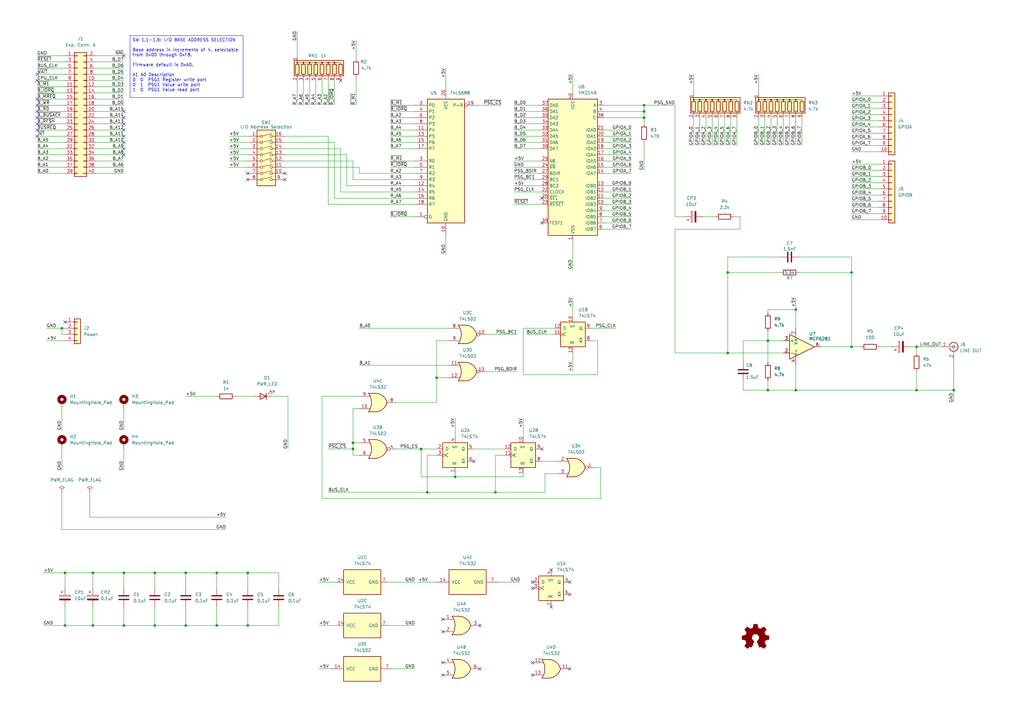
<source format=kicad_sch>
(kicad_sch (version 20231120) (generator "eeschema") (generator_version "8.0")
  (paper "A3")
  (title_block (title "SSG Audio Board for the SZC-1") (date "2024-03-10") (rev "1.0"))
  (lib_symbols
    (symbol "74xx:74LS02" (pin_names (offset 1.016))
      (property "Reference" "U" (at 0 1.27 0))
      (property "Value" "74LS02" (at 0 -1.27 0))
      (symbol "74LS02_1_1"
        (pin output inverted (at 7.62 0 180) (length 3.81) (name "~") (number "1"))
        (pin input line (at -7.62 2.54 0) (length 4.318) (name "~") (number "2"))
        (pin input line (at -7.62 -2.54 0) (length 4.318) (name "~") (number "3"))
      )
      (symbol "74LS02_1_2"
        (pin output line (at 7.62 0 180) (length 3.81) (name "~") (number "1"))
        (pin input inverted (at -7.62 2.54 0) (length 3.81) (name "~") (number "2"))
        (pin input inverted (at -7.62 -2.54 0) (length 3.81) (name "~") (number "3"))
      )
      (symbol "74LS02_2_1"
        (pin output inverted (at 7.62 0 180) (length 3.81) (name "~") (number "4"))
        (pin input line (at -7.62 2.54 0) (length 4.318) (name "~") (number "5"))
        (pin input line (at -7.62 -2.54 0) (length 4.318) (name "~") (number "6"))
      )
      (symbol "74LS02_2_2"
        (pin output line (at 7.62 0 180) (length 3.81) (name "~") (number "4"))
        (pin input inverted (at -7.62 2.54 0) (length 3.81) (name "~") (number "5"))
        (pin input inverted (at -7.62 -2.54 0) (length 3.81) (name "~") (number "6"))
      )
      (symbol "74LS02_3_1"
        (pin output inverted (at 7.62 0 180) (length 3.81) (name "~") (number "10"))
        (pin input line (at -7.62 2.54 0) (length 4.318) (name "~") (number "8"))
        (pin input line (at -7.62 -2.54 0) (length 4.318) (name "~") (number "9"))
      )
      (symbol "74LS02_3_2"
        (pin output line (at 7.62 0 180) (length 3.81) (name "~") (number "10"))
        (pin input inverted (at -7.62 2.54 0) (length 3.81) (name "~") (number "8"))
        (pin input inverted (at -7.62 -2.54 0) (length 3.81) (name "~") (number "9"))
      )
      (symbol "74LS02_4_1"
        (pin input line (at -7.62 2.54 0) (length 4.318) (name "~") (number "11"))
        (pin input line (at -7.62 -2.54 0) (length 4.318) (name "~") (number "12"))
        (pin output inverted (at 7.62 0 180) (length 3.81) (name "~") (number "13"))
      )
      (symbol "74LS02_4_2"
        (pin input inverted (at -7.62 2.54 0) (length 3.81) (name "~") (number "11"))
        (pin input inverted (at -7.62 -2.54 0) (length 3.81) (name "~") (number "12"))
        (pin output line (at 7.62 0 180) (length 3.81) (name "~") (number "13"))
      )
      (symbol "74LS02_5_0"
        (pin power_in line (at 0 12.7 270) (length 5.08) (name "VCC") (number "14"))
        (pin power_in line (at 0 -12.7 90) (length 5.08) (name "GND") (number "7"))
      )
    )
    (symbol "74xx:74LS32" (pin_names (offset 1.016))
      (property "Reference" "U" (at 0 1.27 0))
      (property "Value" "74LS32" (at 0 -1.27 0))
      (symbol "74LS32_1_1"
        (pin input line (at -7.62 2.54 0) (length 4.318) (name "~") (number "1"))
        (pin input line (at -7.62 -2.54 0) (length 4.318) (name "~") (number "2"))
        (pin output line (at 7.62 0 180) (length 3.81) (name "~") (number "3"))
      )
      (symbol "74LS32_1_2"
        (pin input inverted (at -7.62 2.54 0) (length 3.81) (name "~") (number "1"))
        (pin input inverted (at -7.62 -2.54 0) (length 3.81) (name "~") (number "2"))
        (pin output inverted (at 7.62 0 180) (length 3.81) (name "~") (number "3"))
      )
      (symbol "74LS32_2_1"
        (pin input line (at -7.62 2.54 0) (length 4.318) (name "~") (number "4"))
        (pin input line (at -7.62 -2.54 0) (length 4.318) (name "~") (number "5"))
        (pin output line (at 7.62 0 180) (length 3.81) (name "~") (number "6"))
      )
      (symbol "74LS32_2_2"
        (pin input inverted (at -7.62 2.54 0) (length 3.81) (name "~") (number "4"))
        (pin input inverted (at -7.62 -2.54 0) (length 3.81) (name "~") (number "5"))
        (pin output inverted (at 7.62 0 180) (length 3.81) (name "~") (number "6"))
      )
      (symbol "74LS32_3_1"
        (pin input line (at -7.62 -2.54 0) (length 4.318) (name "~") (number "10"))
        (pin output line (at 7.62 0 180) (length 3.81) (name "~") (number "8"))
        (pin input line (at -7.62 2.54 0) (length 4.318) (name "~") (number "9"))
      )
      (symbol "74LS32_3_2"
        (pin input inverted (at -7.62 -2.54 0) (length 3.81) (name "~") (number "10"))
        (pin output inverted (at 7.62 0 180) (length 3.81) (name "~") (number "8"))
        (pin input inverted (at -7.62 2.54 0) (length 3.81) (name "~") (number "9"))
      )
      (symbol "74LS32_4_1"
        (pin output line (at 7.62 0 180) (length 3.81) (name "~") (number "11"))
        (pin input line (at -7.62 2.54 0) (length 4.318) (name "~") (number "12"))
        (pin input line (at -7.62 -2.54 0) (length 4.318) (name "~") (number "13"))
      )
      (symbol "74LS32_4_2"
        (pin output inverted (at 7.62 0 180) (length 3.81) (name "~") (number "11"))
        (pin input inverted (at -7.62 2.54 0) (length 3.81) (name "~") (number "12"))
        (pin input inverted (at -7.62 -2.54 0) (length 3.81) (name "~") (number "13"))
      )
      (symbol "74LS32_5_0"
        (pin power_in line (at 0 12.7 270) (length 5.08) (name "VCC") (number "14"))
        (pin power_in line (at 0 -12.7 90) (length 5.08) (name "GND") (number "7"))
      )
    )
    (symbol "74xx:74LS688"
      (property "Reference" "U" (at -7.62 26.67 0))
      (property "Value" "74LS688" (at -7.62 -26.67 0))
      (symbol "74LS688_1_0"
        (pin input inverted (at -12.7 -22.86 0) (length 5.08) (name "G") (number "1"))
        (pin power_in line (at 0 -30.48 90) (length 5.08) (name "GND") (number "10"))
        (pin input line (at -12.7 12.7 0) (length 5.08) (name "P4") (number "11"))
        (pin input line (at -12.7 -10.16 0) (length 5.08) (name "R4") (number "12"))
        (pin input line (at -12.7 10.16 0) (length 5.08) (name "P5") (number "13"))
        (pin input line (at -12.7 -12.7 0) (length 5.08) (name "R5") (number "14"))
        (pin input line (at -12.7 7.62 0) (length 5.08) (name "P6") (number "15"))
        (pin input line (at -12.7 -15.24 0) (length 5.08) (name "R6") (number "16"))
        (pin input line (at -12.7 5.08 0) (length 5.08) (name "P7") (number "17"))
        (pin input line (at -12.7 -17.78 0) (length 5.08) (name "R7") (number "18"))
        (pin output inverted (at 12.7 22.86 180) (length 5.08) (name "P=R") (number "19"))
        (pin input line (at -12.7 22.86 0) (length 5.08) (name "P0") (number "2"))
        (pin power_in line (at 0 30.48 270) (length 5.08) (name "VCC") (number "20"))
        (pin input line (at -12.7 0 0) (length 5.08) (name "R0") (number "3"))
        (pin input line (at -12.7 20.32 0) (length 5.08) (name "P1") (number "4"))
        (pin input line (at -12.7 -2.54 0) (length 5.08) (name "R1") (number "5"))
        (pin input line (at -12.7 17.78 0) (length 5.08) (name "P2") (number "6"))
        (pin input line (at -12.7 -5.08 0) (length 5.08) (name "R2") (number "7"))
        (pin input line (at -12.7 15.24 0) (length 5.08) (name "P3") (number "8"))
        (pin input line (at -12.7 -7.62 0) (length 5.08) (name "R3") (number "9"))
      )
    )
    (symbol "74xx:74LS74" (pin_names (offset 1.016))
      (property "Reference" "U" (at -7.62 8.89 0))
      (property "Value" "74LS74" (at -7.62 -8.89 0))
      (symbol "74LS74_1_0"
        (pin input line (at 0 -7.62 90) (length 2.54) (name "~{R}") (number "1"))
        (pin input line (at -7.62 2.54 0) (length 2.54) (name "D") (number "2"))
        (pin input clock (at -7.62 0 0) (length 2.54) (name "C") (number "3"))
        (pin input line (at 0 7.62 270) (length 2.54) (name "~{S}") (number "4"))
        (pin output line (at 7.62 2.54 180) (length 2.54) (name "Q") (number "5"))
        (pin output line (at 7.62 -2.54 180) (length 2.54) (name "~{Q}") (number "6"))
      )
      (symbol "74LS74_2_0"
        (pin input line (at 0 7.62 270) (length 2.54) (name "~{S}") (number "10"))
        (pin input clock (at -7.62 0 0) (length 2.54) (name "C") (number "11"))
        (pin input line (at -7.62 2.54 0) (length 2.54) (name "D") (number "12"))
        (pin input line (at 0 -7.62 90) (length 2.54) (name "~{R}") (number "13"))
        (pin output line (at 7.62 -2.54 180) (length 2.54) (name "~{Q}") (number "8"))
        (pin output line (at 7.62 2.54 180) (length 2.54) (name "Q") (number "9"))
      )
      (symbol "74LS74_3_0"
        (pin power_in line (at 0 10.16 270) (length 2.54) (name "VCC") (number "14"))
        (pin power_in line (at 0 -10.16 90) (length 2.54) (name "GND") (number "7"))
      )
    )
    (symbol "Amplifier_Operational:MCP601-xP" (pin_names (offset 0.127))
      (property "Reference" "U" (at 0 6.35 0))
      (property "Value" "MCP601-xP" (at 0 3.81 0))
      (symbol "MCP601-xP_1_1"
        (pin no_connect line (at -5.08 -2.54 90) (length 2.54) hide (name "NC") (number "1"))
        (pin input line (at -7.62 -2.54 0) (length 2.54) (name "-") (number "2"))
        (pin input line (at -7.62 2.54 0) (length 2.54) (name "+") (number "3"))
        (pin power_in line (at -2.54 -7.62 90) (length 3.81) (name "V-") (number "4"))
        (pin no_connect line (at -2.54 -2.54 90) (length 2.54) hide (name "NC") (number "5"))
        (pin output line (at 7.62 0 180) (length 2.54) (name "~") (number "6"))
        (pin power_in line (at -2.54 7.62 270) (length 3.81) (name "V+") (number "7"))
        (pin no_connect line (at 0 -2.54 90) (length 2.54) hide (name "NC") (number "8"))
      )
    )
    (symbol "Audio:YM2149"
      (property "Reference" "U" (at -10.16 29.21 0))
      (property "Value" "YM2149" (at 3.81 29.21 0))
      (symbol "YM2149_1_1"
        (pin power_in line (at 0 -30.48 90) (length 2.54) (name "VSS") (number "1"))
        (pin bidirectional line (at 12.7 -15.24 180) (length 2.54) (name "IOB3") (number "10"))
        (pin bidirectional line (at 12.7 -12.7 180) (length 2.54) (name "IOB2") (number "11"))
        (pin bidirectional line (at 12.7 -10.16 180) (length 2.54) (name "IOB1") (number "12"))
        (pin bidirectional line (at 12.7 -7.62 180) (length 2.54) (name "IOB0") (number "13"))
        (pin bidirectional line (at 12.7 -2.54 180) (length 2.54) (name "IOA7") (number "14"))
        (pin bidirectional line (at 12.7 0 180) (length 2.54) (name "IOA6") (number "15"))
        (pin bidirectional line (at 12.7 2.54 180) (length 2.54) (name "IOA5") (number "16"))
        (pin bidirectional line (at 12.7 5.08 180) (length 2.54) (name "IOA4") (number "17"))
        (pin bidirectional line (at 12.7 7.62 180) (length 2.54) (name "IOA3") (number "18"))
        (pin bidirectional line (at 12.7 10.16 180) (length 2.54) (name "IOA2") (number "19"))
        (pin no_connect line (at -10.16 -17.78 0) (length 2.54) hide (name "NC") (number "2"))
        (pin bidirectional line (at 12.7 12.7 180) (length 2.54) (name "IOA1") (number "20"))
        (pin bidirectional line (at 12.7 15.24 180) (length 2.54) (name "IOA0") (number "21"))
        (pin input line (at -12.7 -10.16 0) (length 2.54) (name "CLOCK") (number "22"))
        (pin input line (at -12.7 -15.24 0) (length 2.54) (name "~{RESET}") (number "23"))
        (pin input line (at -12.7 0 0) (length 2.54) (name "~{A9}") (number "24"))
        (pin input line (at -12.7 2.54 0) (length 2.54) (name "A8") (number "25"))
        (pin input line (at -12.7 -12.7 0) (length 2.54) (name "~{SEL}") (number "26"))
        (pin input line (at -12.7 -2.54 0) (length 2.54) (name "BDIR") (number "27"))
        (pin input line (at -12.7 -7.62 0) (length 2.54) (name "BC2") (number "28"))
        (pin input line (at -12.7 -5.08 0) (length 2.54) (name "BC1") (number "29"))
        (pin output line (at 12.7 25.4 180) (length 2.54) (name "A") (number "3"))
        (pin bidirectional line (at -12.7 7.62 0) (length 2.54) (name "DA7") (number "30"))
        (pin bidirectional line (at -12.7 10.16 0) (length 2.54) (name "DA6") (number "31"))
        (pin bidirectional line (at -12.7 12.7 0) (length 2.54) (name "DA5") (number "32"))
        (pin bidirectional line (at -12.7 15.24 0) (length 2.54) (name "DA4") (number "33"))
        (pin bidirectional line (at -12.7 17.78 0) (length 2.54) (name "DA3") (number "34"))
        (pin bidirectional line (at -12.7 20.32 0) (length 2.54) (name "DA2") (number "35"))
        (pin bidirectional line (at -12.7 22.86 0) (length 2.54) (name "DA1") (number "36"))
        (pin bidirectional line (at -12.7 25.4 0) (length 2.54) (name "DA0") (number "37"))
        (pin output line (at 12.7 20.32 180) (length 2.54) (name "C") (number "38"))
        (pin passive line (at -12.7 -22.86 0) (length 2.54) (name "TEST1") (number "39"))
        (pin output line (at 12.7 22.86 180) (length 2.54) (name "B") (number "4"))
        (pin power_in line (at 0 30.48 270) (length 2.54) (name "VCC") (number "40"))
        (pin no_connect line (at -10.16 -20.32 0) (length 2.54) hide (name "NC") (number "5"))
        (pin bidirectional line (at 12.7 -25.4 180) (length 2.54) (name "IOB7") (number "6"))
        (pin bidirectional line (at 12.7 -22.86 180) (length 2.54) (name "IOB6") (number "7"))
        (pin bidirectional line (at 12.7 -20.32 180) (length 2.54) (name "IOB5") (number "8"))
        (pin bidirectional line (at 12.7 -17.78 180) (length 2.54) (name "IOB4") (number "9"))
      )
    )
    (symbol "Connector:Conn_Coaxial" (pin_names (offset 1.016) hide)
      (property "Reference" "J" (at 0.254 3.048 0))
      (property "Value" "Conn_Coaxial" (at 2.921 0 90))
      (symbol "Conn_Coaxial_1_1"
        (pin passive line (at -5.08 0 0) (length 2.54) (name "In") (number "1"))
        (pin passive line (at 0 -5.08 90) (length 2.54) (name "Ext") (number "2"))
      )
    )
    (symbol "Connector_Generic:Conn_01x04" (pin_names (offset 1.016) hide)
      (property "Reference" "J" (at 0 5.08 0))
      (property "Value" "Conn_01x04" (at 0 -7.62 0))
      (symbol "Conn_01x04_1_1"
        (pin passive line (at -5.08 2.54 0) (length 3.81) (name "Pin_1") (number "1"))
        (pin passive line (at -5.08 0 0) (length 3.81) (name "Pin_2") (number "2"))
        (pin passive line (at -5.08 -2.54 0) (length 3.81) (name "Pin_3") (number "3"))
        (pin passive line (at -5.08 -5.08 0) (length 3.81) (name "Pin_4") (number "4"))
      )
    )
    (symbol "Connector_Generic:Conn_01x10" (pin_names (offset 1.016) hide)
      (property "Reference" "J" (at 0 12.7 0))
      (property "Value" "Conn_01x10" (at 0 -15.24 0))
      (symbol "Conn_01x10_1_1"
        (pin passive line (at -5.08 10.16 0) (length 3.81) (name "Pin_1") (number "1"))
        (pin passive line (at -5.08 -12.7 0) (length 3.81) (name "Pin_10") (number "10"))
        (pin passive line (at -5.08 7.62 0) (length 3.81) (name "Pin_2") (number "2"))
        (pin passive line (at -5.08 5.08 0) (length 3.81) (name "Pin_3") (number "3"))
        (pin passive line (at -5.08 2.54 0) (length 3.81) (name "Pin_4") (number "4"))
        (pin passive line (at -5.08 0 0) (length 3.81) (name "Pin_5") (number "5"))
        (pin passive line (at -5.08 -2.54 0) (length 3.81) (name "Pin_6") (number "6"))
        (pin passive line (at -5.08 -5.08 0) (length 3.81) (name "Pin_7") (number "7"))
        (pin passive line (at -5.08 -7.62 0) (length 3.81) (name "Pin_8") (number "8"))
        (pin passive line (at -5.08 -10.16 0) (length 3.81) (name "Pin_9") (number "9"))
      )
    )
    (symbol "Connector_Generic:Conn_02x20_Odd_Even" (pin_names (offset 1.016) hide)
      (property "Reference" "J" (at 1.27 25.4 0))
      (property "Value" "Conn_02x20_Odd_Even" (at 1.27 -27.94 0))
      (symbol "Conn_02x20_Odd_Even_1_1"
        (pin passive line (at -5.08 22.86 0) (length 3.81) (name "Pin_1") (number "1"))
        (pin passive line (at 7.62 12.7 180) (length 3.81) (name "Pin_10") (number "10"))
        (pin passive line (at -5.08 10.16 0) (length 3.81) (name "Pin_11") (number "11"))
        (pin passive line (at 7.62 10.16 180) (length 3.81) (name "Pin_12") (number "12"))
        (pin passive line (at -5.08 7.62 0) (length 3.81) (name "Pin_13") (number "13"))
        (pin passive line (at 7.62 7.62 180) (length 3.81) (name "Pin_14") (number "14"))
        (pin passive line (at -5.08 5.08 0) (length 3.81) (name "Pin_15") (number "15"))
        (pin passive line (at 7.62 5.08 180) (length 3.81) (name "Pin_16") (number "16"))
        (pin passive line (at -5.08 2.54 0) (length 3.81) (name "Pin_17") (number "17"))
        (pin passive line (at 7.62 2.54 180) (length 3.81) (name "Pin_18") (number "18"))
        (pin passive line (at -5.08 0 0) (length 3.81) (name "Pin_19") (number "19"))
        (pin passive line (at 7.62 22.86 180) (length 3.81) (name "Pin_2") (number "2"))
        (pin passive line (at 7.62 0 180) (length 3.81) (name "Pin_20") (number "20"))
        (pin passive line (at -5.08 -2.54 0) (length 3.81) (name "Pin_21") (number "21"))
        (pin passive line (at 7.62 -2.54 180) (length 3.81) (name "Pin_22") (number "22"))
        (pin passive line (at -5.08 -5.08 0) (length 3.81) (name "Pin_23") (number "23"))
        (pin passive line (at 7.62 -5.08 180) (length 3.81) (name "Pin_24") (number "24"))
        (pin passive line (at -5.08 -7.62 0) (length 3.81) (name "Pin_25") (number "25"))
        (pin passive line (at 7.62 -7.62 180) (length 3.81) (name "Pin_26") (number "26"))
        (pin passive line (at -5.08 -10.16 0) (length 3.81) (name "Pin_27") (number "27"))
        (pin passive line (at 7.62 -10.16 180) (length 3.81) (name "Pin_28") (number "28"))
        (pin passive line (at -5.08 -12.7 0) (length 3.81) (name "Pin_29") (number "29"))
        (pin passive line (at -5.08 20.32 0) (length 3.81) (name "Pin_3") (number "3"))
        (pin passive line (at 7.62 -12.7 180) (length 3.81) (name "Pin_30") (number "30"))
        (pin passive line (at -5.08 -15.24 0) (length 3.81) (name "Pin_31") (number "31"))
        (pin passive line (at 7.62 -15.24 180) (length 3.81) (name "Pin_32") (number "32"))
        (pin passive line (at -5.08 -17.78 0) (length 3.81) (name "Pin_33") (number "33"))
        (pin passive line (at 7.62 -17.78 180) (length 3.81) (name "Pin_34") (number "34"))
        (pin passive line (at -5.08 -20.32 0) (length 3.81) (name "Pin_35") (number "35"))
        (pin passive line (at 7.62 -20.32 180) (length 3.81) (name "Pin_36") (number "36"))
        (pin passive line (at -5.08 -22.86 0) (length 3.81) (name "Pin_37") (number "37"))
        (pin passive line (at 7.62 -22.86 180) (length 3.81) (name "Pin_38") (number "38"))
        (pin passive line (at -5.08 -25.4 0) (length 3.81) (name "Pin_39") (number "39"))
        (pin passive line (at 7.62 20.32 180) (length 3.81) (name "Pin_4") (number "4"))
        (pin passive line (at 7.62 -25.4 180) (length 3.81) (name "Pin_40") (number "40"))
        (pin passive line (at -5.08 17.78 0) (length 3.81) (name "Pin_5") (number "5"))
        (pin passive line (at 7.62 17.78 180) (length 3.81) (name "Pin_6") (number "6"))
        (pin passive line (at -5.08 15.24 0) (length 3.81) (name "Pin_7") (number "7"))
        (pin passive line (at 7.62 15.24 180) (length 3.81) (name "Pin_8") (number "8"))
        (pin passive line (at -5.08 12.7 0) (length 3.81) (name "Pin_9") (number "9"))
      )
    )
    (symbol "Device:C" (pin_numbers hide) (pin_names (offset 0.254))
      (property "Reference" "C" (at 0.635 2.54 0))
      (property "Value" "C" (at 0.635 -2.54 0))
      (symbol "C_1_1"
        (pin passive line (at 0 3.81 270) (length 2.794) (name "~") (number "1"))
        (pin passive line (at 0 -3.81 90) (length 2.794) (name "~") (number "2"))
      )
    )
    (symbol "Device:C_Polarized" (pin_numbers hide) (pin_names (offset 0.254))
      (property "Reference" "C" (at 0.635 2.54 0))
      (property "Value" "C_Polarized" (at 0.635 -2.54 0))
      (symbol "C_Polarized_1_1"
        (pin passive line (at 0 3.81 270) (length 2.794) (name "~") (number "1"))
        (pin passive line (at 0 -3.81 90) (length 2.794) (name "~") (number "2"))
      )
    )
    (symbol "Device:LED" (pin_numbers hide) (pin_names (offset 1.016) hide)
      (property "Reference" "D" (at 0 2.54 0))
      (property "Value" "LED" (at 0 -2.54 0))
      (symbol "LED_1_1"
        (pin passive line (at -3.81 0 0) (length 2.54) (name "K") (number "1"))
        (pin passive line (at 3.81 0 180) (length 2.54) (name "A") (number "2"))
      )
    )
    (symbol "Device:R" (pin_numbers hide) (pin_names (offset 0))
      (property "Reference" "R" (at 2.032 0 90))
      (property "Value" "R" (at 0 0 90))
      (symbol "R_1_1"
        (pin passive line (at 0 3.81 270) (length 1.27) (name "~") (number "1"))
        (pin passive line (at 0 -3.81 90) (length 1.27) (name "~") (number "2"))
      )
    )
    (symbol "Device:R_Network08" (pin_names (offset 0) hide)
      (property "Reference" "RN" (at -12.7 0 90))
      (property "Value" "R_Network08" (at 10.16 0 90))
      (symbol "R_Network08_1_1"
        (pin passive line (at -10.16 5.08 270) (length 2.54) (name "common") (number "1"))
        (pin passive line (at -10.16 -5.08 90) (length 1.27) (name "R1") (number "2"))
        (pin passive line (at -7.62 -5.08 90) (length 1.27) (name "R2") (number "3"))
        (pin passive line (at -5.08 -5.08 90) (length 1.27) (name "R3") (number "4"))
        (pin passive line (at -2.54 -5.08 90) (length 1.27) (name "R4") (number "5"))
        (pin passive line (at 0 -5.08 90) (length 1.27) (name "R5") (number "6"))
        (pin passive line (at 2.54 -5.08 90) (length 1.27) (name "R6") (number "7"))
        (pin passive line (at 5.08 -5.08 90) (length 1.27) (name "R7") (number "8"))
        (pin passive line (at 7.62 -5.08 90) (length 1.27) (name "R8") (number "9"))
      )
    )
    (symbol "Graphic:Logo_Open_Hardware_Small" (in_bom no) (on_board no))
    (symbol "Mechanical:MountingHole_Pad" (pin_numbers hide) (pin_names (offset 1.016) hide)
      (property "Reference" "H" (at 0 6.35 0))
      (property "Value" "MountingHole_Pad" (at 0 4.445 0))
      (symbol "MountingHole_Pad_1_1"
        (pin input line (at 0 -2.54 90) (length 2.54) (name "1") (number "1"))
      )
    )
    (symbol "Switch:SW_DIP_x08" (pin_names (offset 0) hide)
      (property "Reference" "SW" (at 0 13.97 0))
      (property "Value" "SW_DIP_x08" (at 0 -11.43 0))
      (symbol "SW_DIP_x08_1_1"
        (pin passive line (at -7.62 10.16 0) (length 5.08) (name "~") (number "1"))
        (pin passive line (at 7.62 -5.08 180) (length 5.08) (name "~") (number "10"))
        (pin passive line (at 7.62 -2.54 180) (length 5.08) (name "~") (number "11"))
        (pin passive line (at 7.62 0 180) (length 5.08) (name "~") (number "12"))
        (pin passive line (at 7.62 2.54 180) (length 5.08) (name "~") (number "13"))
        (pin passive line (at 7.62 5.08 180) (length 5.08) (name "~") (number "14"))
        (pin passive line (at 7.62 7.62 180) (length 5.08) (name "~") (number "15"))
        (pin passive line (at 7.62 10.16 180) (length 5.08) (name "~") (number "16"))
        (pin passive line (at -7.62 7.62 0) (length 5.08) (name "~") (number "2"))
        (pin passive line (at -7.62 5.08 0) (length 5.08) (name "~") (number "3"))
        (pin passive line (at -7.62 2.54 0) (length 5.08) (name "~") (number "4"))
        (pin passive line (at -7.62 0 0) (length 5.08) (name "~") (number "5"))
        (pin passive line (at -7.62 -2.54 0) (length 5.08) (name "~") (number "6"))
        (pin passive line (at -7.62 -5.08 0) (length 5.08) (name "~") (number "7"))
        (pin passive line (at -7.62 -7.62 0) (length 5.08) (name "~") (number "8"))
        (pin passive line (at 7.62 -7.62 180) (length 5.08) (name "~") (number "9"))
      )
    )
    (symbol "power:PWR_FLAG" (power) (pin_numbers hide) (pin_names (offset 0) hide)
      (property "Value" "PWR_FLAG" (at 0 3.81 0))
      (symbol "PWR_FLAG_0_0"
        (pin power_out line (at 0 0 90) (length 0) (name "~") (number "1"))
      )
    )
  )
  (junction (at 298.45 111.76))
  (junction (at 264.16 45.72))
  (junction (at 50.8 256.54))
  (junction (at 314.96 139.7))
  (junction (at 175.26 201.93))
  (junction (at 25.4 134.62))
  (junction (at 38.1 256.54))
  (junction (at 38.1 234.95))
  (junction (at 264.16 43.18))
  (junction (at 375.92 142.24))
  (junction (at 326.39 127))
  (junction (at 186.69 195.58))
  (junction (at 298.45 144.78))
  (junction (at 88.9 234.95))
  (junction (at 144.78 181.61))
  (junction (at 76.2 256.54))
  (junction (at 349.25 142.24))
  (junction (at 203.2 201.93))
  (junction (at 375.92 160.02))
  (junction (at 26.67 234.95))
  (junction (at 172.72 184.15))
  (junction (at 76.2 234.95))
  (junction (at 314.96 160.02))
  (junction (at 63.5 234.95))
  (junction (at 144.78 184.15))
  (junction (at 26.67 256.54))
  (junction (at 349.25 111.76))
  (junction (at 326.39 160.02))
  (junction (at 391.16 160.02))
  (junction (at 179.07 154.94))
  (junction (at 264.16 48.26))
  (junction (at 88.9 256.54))
  (junction (at 50.8 234.95))
  (junction (at 101.6 234.95))
  (junction (at 63.5 256.54))
  (junction (at 101.6 256.54))
  (no_connect (at 181.61 254))
  (no_connect (at 15.24 50.8))
  (no_connect (at 50.8 58.42))
  (no_connect (at 218.44 276.86))
  (no_connect (at 15.24 33.02))
  (no_connect (at 233.68 243.84))
  (no_connect (at 196.85 256.54))
  (no_connect (at 15.24 45.72))
  (no_connect (at 218.44 241.3))
  (no_connect (at 194.31 189.23))
  (no_connect (at 15.24 48.26))
  (no_connect (at 101.6 73.66))
  (no_connect (at 226.06 248.92))
  (no_connect (at 116.84 73.66))
  (no_connect (at 196.85 274.32))
  (no_connect (at 181.61 271.78))
  (no_connect (at 50.8 22.86))
  (no_connect (at 222.25 184.15))
  (no_connect (at 50.8 53.34))
  (no_connect (at 15.24 53.34))
  (no_connect (at 15.24 43.18))
  (no_connect (at 226.06 233.68))
  (no_connect (at 222.25 91.44))
  (no_connect (at 26.67 132.08))
  (no_connect (at 50.8 45.72))
  (no_connect (at 222.25 81.28))
  (no_connect (at 181.61 276.86))
  (no_connect (at 233.68 274.32))
  (no_connect (at 233.68 238.76))
  (no_connect (at 50.8 48.26))
  (no_connect (at 15.24 30.48))
  (no_connect (at 218.44 271.78))
  (no_connect (at 15.24 40.64))
  (no_connect (at 116.84 71.12))
  (no_connect (at 50.8 50.8))
  (no_connect (at 50.8 55.88))
  (no_connect (at 218.44 238.76))
  (no_connect (at 50.8 63.5))
  (no_connect (at 139.7 33.02))
  (no_connect (at 101.6 71.12))
  (no_connect (at 50.8 60.96))
  (no_connect (at 181.61 259.08))
  (no_connect (at 15.24 55.88))
  (wire (pts (xy 39.37 68.58) (xy 50.8 68.58)))
  (wire (pts (xy 316.23 59.69) (xy 316.23 48.26)))
  (wire (pts (xy 264.16 50.8) (xy 264.16 48.26)))
  (wire (pts (xy 15.24 68.58) (xy 26.67 68.58)))
  (wire (pts (xy 304.8 156.21) (xy 304.8 160.02)))
  (wire (pts (xy 287.02 59.69) (xy 287.02 48.26)))
  (wire (pts (xy 223.52 194.31) (xy 228.6 194.31)))
  (wire (pts (xy 36.83 201.93) (xy 36.83 212.09)))
  (wire (pts (xy 144.78 167.64) (xy 144.78 181.61)))
  (wire (pts (xy 134.62 184.15) (xy 144.78 184.15)))
  (wire (pts (xy 222.25 189.23) (xy 228.6 189.23)))
  (wire (pts (xy 375.92 142.24) (xy 373.38 142.24)))
  (wire (pts (xy 375.92 160.02) (xy 391.16 160.02)))
  (wire (pts (xy 162.56 165.1) (xy 179.07 165.1)))
  (wire (pts (xy 15.24 38.1) (xy 26.67 38.1)))
  (wire (pts (xy 259.08 68.58) (xy 247.65 68.58)))
  (wire (pts (xy 144.78 186.69) (xy 147.32 186.69)))
  (wire (pts (xy 15.24 50.8) (xy 26.67 50.8)))
  (wire (pts (xy 39.37 53.34) (xy 50.8 53.34)))
  (wire (pts (xy 142.24 63.5) (xy 116.84 63.5)))
  (wire (pts (xy 118.11 162.56) (xy 118.11 184.15)))
  (wire (pts (xy 215.9 137.16) (xy 227.33 137.16)))
  (wire (pts (xy 212.09 152.4) (xy 199.39 152.4)))
  (wire (pts (xy 349.25 87.63) (xy 360.68 87.63)))
  (wire (pts (xy 170.18 274.32) (xy 161.29 274.32)))
  (wire (pts (xy 234.95 30.48) (xy 234.95 38.1)))
  (wire (pts (xy 170.18 256.54) (xy 158.75 256.54)))
  (wire (pts (xy 314.96 135.89) (xy 314.96 139.7)))
  (wire (pts (xy 245.11 139.7) (xy 245.11 153.67)))
  (wire (pts (xy 39.37 30.48) (xy 50.8 30.48)))
  (wire (pts (xy 259.08 53.34) (xy 247.65 53.34)))
  (wire (pts (xy 96.52 162.56) (xy 104.14 162.56)))
  (wire (pts (xy 304.8 160.02) (xy 314.96 160.02)))
  (wire (pts (xy 26.67 256.54) (xy 26.67 248.92)))
  (wire (pts (xy 314.96 128.27) (xy 314.96 127)))
  (wire (pts (xy 38.1 256.54) (xy 26.67 256.54)))
  (wire (pts (xy 38.1 234.95) (xy 26.67 234.95)))
  (wire (pts (xy 39.37 25.4) (xy 50.8 25.4)))
  (wire (pts (xy 134.62 55.88) (xy 116.84 55.88)))
  (wire (pts (xy 276.86 93.98) (xy 276.86 144.78)))
  (wire (pts (xy 314.96 148.59) (xy 314.96 139.7)))
  (wire (pts (xy 93.98 63.5) (xy 101.6 63.5)))
  (wire (pts (xy 299.72 59.69) (xy 299.72 48.26)))
  (wire (pts (xy 203.2 201.93) (xy 203.2 186.69)))
  (wire (pts (xy 247.65 43.18) (xy 264.16 43.18)))
  (wire (pts (xy 259.08 88.9) (xy 247.65 88.9)))
  (wire (pts (xy 302.26 59.69) (xy 302.26 48.26)))
  (wire (pts (xy 179.07 154.94) (xy 179.07 139.7)))
  (wire (pts (xy 146.05 16.51) (xy 146.05 24.13)))
  (wire (pts (xy 144.78 184.15) (xy 144.78 186.69)))
  (wire (pts (xy 63.5 234.95) (xy 50.8 234.95)))
  (wire (pts (xy 349.25 69.85) (xy 360.68 69.85)))
  (wire (pts (xy 15.24 63.5) (xy 26.67 63.5)))
  (wire (pts (xy 15.24 25.4) (xy 26.67 25.4)))
  (wire (pts (xy 276.86 43.18) (xy 264.16 43.18)))
  (wire (pts (xy 170.18 73.66) (xy 144.78 73.66)))
  (wire (pts (xy 259.08 83.82) (xy 247.65 83.82)))
  (wire (pts (xy 170.18 83.82) (xy 134.62 83.82)))
  (wire (pts (xy 93.98 58.42) (xy 101.6 58.42)))
  (wire (pts (xy 222.25 45.72) (xy 210.82 45.72)))
  (wire (pts (xy 132.08 204.47) (xy 246.38 204.47)))
  (wire (pts (xy 375.92 152.4) (xy 375.92 160.02)))
  (wire (pts (xy 39.37 33.02) (xy 50.8 33.02)))
  (wire (pts (xy 160.02 53.34) (xy 170.18 53.34)))
  (wire (pts (xy 223.52 201.93) (xy 223.52 194.31)))
  (wire (pts (xy 222.25 43.18) (xy 210.82 43.18)))
  (wire (pts (xy 124.46 43.18) (xy 124.46 33.02)))
  (wire (pts (xy 17.78 256.54) (xy 26.67 256.54)))
  (wire (pts (xy 375.92 144.78) (xy 375.92 142.24)))
  (wire (pts (xy 88.9 241.3) (xy 88.9 234.95)))
  (wire (pts (xy 39.37 63.5) (xy 50.8 63.5)))
  (wire (pts (xy 171.45 238.76) (xy 179.07 238.76)))
  (wire (pts (xy 349.25 54.61) (xy 360.68 54.61)))
  (wire (pts (xy 101.6 256.54) (xy 88.9 256.54)))
  (wire (pts (xy 63.5 248.92) (xy 63.5 256.54)))
  (wire (pts (xy 234.95 152.4) (xy 234.95 144.78)))
  (wire (pts (xy 259.08 93.98) (xy 247.65 93.98)))
  (wire (pts (xy 144.78 181.61) (xy 144.78 184.15)))
  (wire (pts (xy 134.62 83.82) (xy 134.62 55.88)))
  (wire (pts (xy 25.4 201.93) (xy 25.4 217.17)))
  (wire (pts (xy 222.25 58.42) (xy 210.82 58.42)))
  (wire (pts (xy 93.98 66.04) (xy 101.6 66.04)))
  (wire (pts (xy 39.37 43.18) (xy 50.8 43.18)))
  (wire (pts (xy 39.37 27.94) (xy 50.8 27.94)))
  (wire (pts (xy 311.15 59.69) (xy 311.15 48.26)))
  (wire (pts (xy 289.56 59.69) (xy 289.56 48.26)))
  (wire (pts (xy 326.39 121.92) (xy 326.39 127)))
  (wire (pts (xy 284.48 30.48) (xy 284.48 38.1)))
  (wire (pts (xy 259.08 86.36) (xy 247.65 86.36)))
  (wire (pts (xy 222.25 55.88) (xy 210.82 55.88)))
  (wire (pts (xy 160.02 60.96) (xy 170.18 60.96)))
  (wire (pts (xy 101.6 241.3) (xy 101.6 234.95)))
  (wire (pts (xy 210.82 68.58) (xy 222.25 68.58)))
  (wire (pts (xy 144.78 66.04) (xy 116.84 66.04)))
  (wire (pts (xy 93.98 68.58) (xy 101.6 68.58)))
  (wire (pts (xy 186.69 171.45) (xy 186.69 179.07)))
  (wire (pts (xy 321.31 144.78) (xy 298.45 144.78)))
  (wire (pts (xy 134.62 201.93) (xy 175.26 201.93)))
  (wire (pts (xy 391.16 165.1) (xy 391.16 160.02)))
  (wire (pts (xy 243.84 191.77) (xy 246.38 191.77)))
  (wire (pts (xy 182.88 104.14) (xy 182.88 96.52)))
  (wire (pts (xy 170.18 81.28) (xy 137.16 81.28)))
  (wire (pts (xy 349.25 59.69) (xy 360.68 59.69)))
  (wire (pts (xy 247.65 48.26) (xy 264.16 48.26)))
  (wire (pts (xy 134.62 43.18) (xy 134.62 33.02)))
  (wire (pts (xy 349.25 82.55) (xy 360.68 82.55)))
  (wire (pts (xy 360.68 142.24) (xy 365.76 142.24)))
  (wire (pts (xy 264.16 43.18) (xy 264.16 45.72)))
  (wire (pts (xy 349.25 39.37) (xy 360.68 39.37)))
  (wire (pts (xy 39.37 48.26) (xy 50.8 48.26)))
  (wire (pts (xy 259.08 63.5) (xy 247.65 63.5)))
  (wire (pts (xy 170.18 238.76) (xy 158.75 238.76)))
  (wire (pts (xy 303.53 93.98) (xy 276.86 93.98)))
  (wire (pts (xy 280.67 88.9) (xy 276.86 88.9)))
  (wire (pts (xy 15.24 55.88) (xy 26.67 55.88)))
  (wire (pts (xy 142.24 76.2) (xy 142.24 63.5)))
  (wire (pts (xy 246.38 191.77) (xy 246.38 204.47)))
  (wire (pts (xy 214.63 153.67) (xy 214.63 134.62)))
  (wire (pts (xy 222.25 50.8) (xy 210.82 50.8)))
  (wire (pts (xy 353.06 142.24) (xy 349.25 142.24)))
  (wire (pts (xy 88.9 248.92) (xy 88.9 256.54)))
  (wire (pts (xy 326.39 149.86) (xy 326.39 160.02)))
  (wire (pts (xy 93.98 55.88) (xy 101.6 55.88)))
  (wire (pts (xy 172.72 195.58) (xy 172.72 184.15)))
  (wire (pts (xy 304.8 139.7) (xy 304.8 148.59)))
  (wire (pts (xy 50.8 167.64) (xy 50.8 176.53)))
  (wire (pts (xy 210.82 71.12) (xy 222.25 71.12)))
  (wire (pts (xy 349.25 52.07) (xy 360.68 52.07)))
  (wire (pts (xy 101.6 248.92) (xy 101.6 256.54)))
  (wire (pts (xy 39.37 22.86) (xy 50.8 22.86)))
  (wire (pts (xy 349.25 90.17) (xy 360.68 90.17)))
  (wire (pts (xy 349.25 105.41) (xy 327.66 105.41)))
  (wire (pts (xy 39.37 55.88) (xy 50.8 55.88)))
  (wire (pts (xy 15.24 58.42) (xy 26.67 58.42)))
  (wire (pts (xy 39.37 38.1) (xy 50.8 38.1)))
  (wire (pts (xy 15.24 27.94) (xy 26.67 27.94)))
  (wire (pts (xy 25.4 134.62) (xy 26.67 134.62)))
  (wire (pts (xy 186.69 194.31) (xy 186.69 195.58)))
  (wire (pts (xy 15.24 33.02) (xy 26.67 33.02)))
  (wire (pts (xy 179.07 186.69) (xy 175.26 186.69)))
  (wire (pts (xy 234.95 121.92) (xy 234.95 129.54)))
  (wire (pts (xy 259.08 81.28) (xy 247.65 81.28)))
  (wire (pts (xy 114.3 248.92) (xy 114.3 256.54)))
  (wire (pts (xy 298.45 105.41) (xy 298.45 111.76)))
  (wire (pts (xy 349.25 80.01) (xy 360.68 80.01)))
  (wire (pts (xy 259.08 55.88) (xy 247.65 55.88)))
  (wire (pts (xy 213.36 238.76) (xy 204.47 238.76)))
  (wire (pts (xy 314.96 160.02) (xy 326.39 160.02)))
  (wire (pts (xy 15.24 71.12) (xy 26.67 71.12)))
  (wire (pts (xy 203.2 201.93) (xy 223.52 201.93)))
  (wire (pts (xy 147.32 167.64) (xy 144.78 167.64)))
  (wire (pts (xy 349.25 67.31) (xy 360.68 67.31)))
  (wire (pts (xy 214.63 171.45) (xy 214.63 179.07)))
  (wire (pts (xy 88.9 256.54) (xy 76.2 256.54)))
  (wire (pts (xy 19.05 134.62) (xy 25.4 134.62)))
  (wire (pts (xy 303.53 88.9) (xy 303.53 93.98)))
  (wire (pts (xy 294.64 59.69) (xy 294.64 48.26)))
  (wire (pts (xy 160.02 58.42) (xy 170.18 58.42)))
  (wire (pts (xy 175.26 201.93) (xy 203.2 201.93)))
  (wire (pts (xy 314.96 139.7) (xy 304.8 139.7)))
  (wire (pts (xy 160.02 68.58) (xy 170.18 68.58)))
  (wire (pts (xy 137.16 81.28) (xy 137.16 58.42)))
  (wire (pts (xy 147.32 181.61) (xy 144.78 181.61)))
  (wire (pts (xy 137.16 43.18) (xy 137.16 33.02)))
  (wire (pts (xy 15.24 40.64) (xy 26.67 40.64)))
  (wire (pts (xy 147.32 134.62) (xy 184.15 134.62)))
  (wire (pts (xy 118.11 162.56) (xy 111.76 162.56)))
  (wire (pts (xy 298.45 144.78) (xy 276.86 144.78)))
  (wire (pts (xy 132.08 204.47) (xy 132.08 162.56)))
  (wire (pts (xy 349.25 44.45) (xy 360.68 44.45)))
  (wire (pts (xy 212.09 137.16) (xy 199.39 137.16)))
  (wire (pts (xy 142.24 76.2) (xy 170.18 76.2)))
  (wire (pts (xy 121.92 12.7) (xy 121.92 22.86)))
  (wire (pts (xy 50.8 234.95) (xy 38.1 234.95)))
  (wire (pts (xy 101.6 234.95) (xy 88.9 234.95)))
  (wire (pts (xy 386.08 142.24) (xy 375.92 142.24)))
  (wire (pts (xy 321.31 139.7) (xy 314.96 139.7)))
  (wire (pts (xy 129.54 43.18) (xy 129.54 33.02)))
  (wire (pts (xy 349.25 85.09) (xy 360.68 85.09)))
  (wire (pts (xy 326.39 127) (xy 326.39 134.62)))
  (wire (pts (xy 15.24 35.56) (xy 26.67 35.56)))
  (wire (pts (xy 15.24 48.26) (xy 26.67 48.26)))
  (wire (pts (xy 259.08 78.74) (xy 247.65 78.74)))
  (wire (pts (xy 76.2 241.3) (xy 76.2 234.95)))
  (wire (pts (xy 328.93 59.69) (xy 328.93 48.26)))
  (wire (pts (xy 264.16 69.85) (xy 264.16 58.42)))
  (wire (pts (xy 50.8 248.92) (xy 50.8 256.54)))
  (wire (pts (xy 214.63 194.31) (xy 214.63 195.58)))
  (wire (pts (xy 349.25 49.53) (xy 360.68 49.53)))
  (wire (pts (xy 19.05 139.7) (xy 26.67 139.7)))
  (wire (pts (xy 300.99 88.9) (xy 303.53 88.9)))
  (wire (pts (xy 222.25 53.34) (xy 210.82 53.34)))
  (wire (pts (xy 320.04 105.41) (xy 298.45 105.41)))
  (wire (pts (xy 38.1 241.3) (xy 38.1 234.95)))
  (wire (pts (xy 210.82 66.04) (xy 222.25 66.04)))
  (wire (pts (xy 76.2 256.54) (xy 63.5 256.54)))
  (wire (pts (xy 186.69 195.58) (xy 172.72 195.58)))
  (wire (pts (xy 276.86 43.18) (xy 276.86 88.9)))
  (wire (pts (xy 26.67 234.95) (xy 26.67 241.3)))
  (wire (pts (xy 194.31 184.15) (xy 207.01 184.15)))
  (wire (pts (xy 160.02 48.26) (xy 170.18 48.26)))
  (wire (pts (xy 15.24 30.48) (xy 26.67 30.48)))
  (wire (pts (xy 327.66 111.76) (xy 349.25 111.76)))
  (wire (pts (xy 50.8 241.3) (xy 50.8 234.95)))
  (wire (pts (xy 15.24 53.34) (xy 26.67 53.34)))
  (wire (pts (xy 76.2 248.92) (xy 76.2 256.54)))
  (wire (pts (xy 259.08 60.96) (xy 247.65 60.96)))
  (wire (pts (xy 160.02 50.8) (xy 170.18 50.8)))
  (wire (pts (xy 39.37 35.56) (xy 50.8 35.56)))
  (wire (pts (xy 318.77 59.69) (xy 318.77 48.26)))
  (wire (pts (xy 298.45 111.76) (xy 298.45 144.78)))
  (wire (pts (xy 114.3 241.3) (xy 114.3 234.95)))
  (wire (pts (xy 222.25 60.96) (xy 210.82 60.96)))
  (wire (pts (xy 39.37 40.64) (xy 50.8 40.64)))
  (wire (pts (xy 92.71 217.17) (xy 25.4 217.17)))
  (wire (pts (xy 88.9 234.95) (xy 76.2 234.95)))
  (wire (pts (xy 214.63 195.58) (xy 186.69 195.58)))
  (wire (pts (xy 15.24 66.04) (xy 26.67 66.04)))
  (wire (pts (xy 130.81 238.76) (xy 138.43 238.76)))
  (wire (pts (xy 210.82 76.2) (xy 222.25 76.2)))
  (wire (pts (xy 17.78 234.95) (xy 26.67 234.95)))
  (wire (pts (xy 15.24 45.72) (xy 26.67 45.72)))
  (wire (pts (xy 39.37 60.96) (xy 50.8 60.96)))
  (wire (pts (xy 259.08 71.12) (xy 247.65 71.12)))
  (wire (pts (xy 39.37 66.04) (xy 50.8 66.04)))
  (wire (pts (xy 137.16 58.42) (xy 116.84 58.42)))
  (wire (pts (xy 160.02 43.18) (xy 170.18 43.18)))
  (wire (pts (xy 264.16 45.72) (xy 264.16 48.26)))
  (wire (pts (xy 114.3 234.95) (xy 101.6 234.95)))
  (wire (pts (xy 114.3 256.54) (xy 101.6 256.54)))
  (wire (pts (xy 205.74 43.18) (xy 195.58 43.18)))
  (wire (pts (xy 234.95 110.49) (xy 234.95 99.06)))
  (wire (pts (xy 311.15 30.48) (xy 311.15 38.1)))
  (wire (pts (xy 76.2 234.95) (xy 63.5 234.95)))
  (wire (pts (xy 210.82 73.66) (xy 222.25 73.66)))
  (wire (pts (xy 259.08 58.42) (xy 247.65 58.42)))
  (wire (pts (xy 297.18 59.69) (xy 297.18 48.26)))
  (wire (pts (xy 259.08 66.04) (xy 247.65 66.04)))
  (wire (pts (xy 147.32 68.58) (xy 147.32 71.12)))
  (wire (pts (xy 15.24 22.86) (xy 26.67 22.86)))
  (wire (pts (xy 210.82 78.74) (xy 222.25 78.74)))
  (wire (pts (xy 349.25 142.24) (xy 349.25 111.76)))
  (wire (pts (xy 182.88 27.94) (xy 182.88 35.56)))
  (wire (pts (xy 252.73 134.62) (xy 242.57 134.62)))
  (wire (pts (xy 92.71 212.09) (xy 36.83 212.09)))
  (wire (pts (xy 38.1 248.92) (xy 38.1 256.54)))
  (wire (pts (xy 172.72 184.15) (xy 179.07 184.15)))
  (wire (pts (xy 288.29 88.9) (xy 293.37 88.9)))
  (wire (pts (xy 15.24 43.18) (xy 26.67 43.18)))
  (wire (pts (xy 63.5 256.54) (xy 50.8 256.54)))
  (wire (pts (xy 121.92 43.18) (xy 121.92 33.02)))
  (wire (pts (xy 214.63 134.62) (xy 227.33 134.62)))
  (wire (pts (xy 175.26 186.69) (xy 175.26 201.93)))
  (wire (pts (xy 391.16 147.32) (xy 391.16 160.02)))
  (wire (pts (xy 245.11 153.67) (xy 214.63 153.67)))
  (wire (pts (xy 349.25 46.99) (xy 360.68 46.99)))
  (wire (pts (xy 349.25 62.23) (xy 360.68 62.23)))
  (wire (pts (xy 323.85 59.69) (xy 323.85 48.26)))
  (wire (pts (xy 349.25 111.76) (xy 349.25 105.41)))
  (wire (pts (xy 132.08 162.56) (xy 147.32 162.56)))
  (wire (pts (xy 259.08 91.44) (xy 247.65 91.44)))
  (wire (pts (xy 349.25 74.93) (xy 360.68 74.93)))
  (wire (pts (xy 160.02 45.72) (xy 170.18 45.72)))
  (wire (pts (xy 139.7 78.74) (xy 139.7 60.96)))
  (wire (pts (xy 93.98 60.96) (xy 101.6 60.96)))
  (wire (pts (xy 349.25 41.91) (xy 360.68 41.91)))
  (wire (pts (xy 26.67 137.16) (xy 25.4 137.16)))
  (wire (pts (xy 160.02 66.04) (xy 170.18 66.04)))
  (wire (pts (xy 349.25 77.47) (xy 360.68 77.47)))
  (wire (pts (xy 326.39 59.69) (xy 326.39 48.26)))
  (wire (pts (xy 314.96 156.21) (xy 314.96 160.02)))
  (wire (pts (xy 349.25 142.24) (xy 336.55 142.24)))
  (wire (pts (xy 76.2 162.56) (xy 88.9 162.56)))
  (wire (pts (xy 25.4 137.16) (xy 25.4 134.62)))
  (wire (pts (xy 162.56 184.15) (xy 172.72 184.15)))
  (wire (pts (xy 147.32 71.12) (xy 170.18 71.12)))
  (wire (pts (xy 39.37 50.8) (xy 50.8 50.8)))
  (wire (pts (xy 242.57 139.7) (xy 245.11 139.7)))
  (wire (pts (xy 39.37 58.42) (xy 50.8 58.42)))
  (wire (pts (xy 314.96 127) (xy 326.39 127)))
  (wire (pts (xy 147.32 149.86) (xy 184.15 149.86)))
  (wire (pts (xy 160.02 55.88) (xy 170.18 55.88)))
  (wire (pts (xy 179.07 165.1) (xy 179.07 154.94)))
  (wire (pts (xy 50.8 256.54) (xy 38.1 256.54)))
  (wire (pts (xy 321.31 59.69) (xy 321.31 48.26)))
  (wire (pts (xy 25.4 167.64) (xy 25.4 176.53)))
  (wire (pts (xy 292.1 59.69) (xy 292.1 48.26)))
  (wire (pts (xy 132.08 43.18) (xy 132.08 33.02)))
  (wire (pts (xy 349.25 57.15) (xy 360.68 57.15)))
  (wire (pts (xy 15.24 60.96) (xy 26.67 60.96)))
  (wire (pts (xy 320.04 111.76) (xy 298.45 111.76)))
  (wire (pts (xy 349.25 72.39) (xy 360.68 72.39)))
  (wire (pts (xy 116.84 68.58) (xy 147.32 68.58)))
  (wire (pts (xy 222.25 48.26) (xy 210.82 48.26)))
  (wire (pts (xy 184.15 154.94) (xy 179.07 154.94)))
  (wire (pts (xy 63.5 241.3) (xy 63.5 234.95)))
  (wire (pts (xy 210.82 83.82) (xy 222.25 83.82)))
  (wire (pts (xy 259.08 76.2) (xy 247.65 76.2)))
  (wire (pts (xy 203.2 186.69) (xy 207.01 186.69)))
  (wire (pts (xy 170.18 78.74) (xy 139.7 78.74)))
  (wire (pts (xy 313.69 59.69) (xy 313.69 48.26)))
  (wire (pts (xy 326.39 160.02) (xy 375.92 160.02)))
  (wire (pts (xy 139.7 60.96) (xy 116.84 60.96)))
  (wire (pts (xy 127 43.18) (xy 127 33.02)))
  (wire (pts (xy 247.65 45.72) (xy 264.16 45.72)))
  (wire (pts (xy 39.37 71.12) (xy 50.8 71.12)))
  (wire (pts (xy 144.78 66.04) (xy 144.78 73.66)))
  (wire (pts (xy 130.81 256.54) (xy 138.43 256.54)))
  (wire (pts (xy 179.07 139.7) (xy 184.15 139.7)))
  (wire (pts (xy 146.05 43.18) (xy 146.05 31.75)))
  (wire (pts (xy 160.02 88.9) (xy 170.18 88.9)))
  (wire (pts (xy 284.48 59.69) (xy 284.48 48.26)))
  (wire (pts (xy 130.81 274.32) (xy 135.89 274.32)))
  (wire (pts (xy 25.4 184.15) (xy 25.4 193.04)))
  (wire (pts (xy 50.8 184.15) (xy 50.8 193.04)))
  (wire (pts (xy 39.37 45.72) (xy 50.8 45.72)))
  (text_box "SW 1.1-1.6: I/O BASE ADDRESS SELECTION\n\nBase address in increments of 4, selectable\nfrom 0x00 through 0xF8.\n\nFirmware default is 0xA0.\n\nA1 A0 Description\n0  0  PSG1 Register write port\n0  1  PSG1 Value write port\n1  0  PSG1 Value read port\n" (at 53.34 14.605 0) (size 46.355 25.4) (effects (font (size 1.27 1.27)) (justify left top)))
  (label "~{NMI}" (at 50.8 22.86 180))
  (label "GPIOA_0" (at 349.25 41.91 0))
  (label "~{INT}" (at 15.24 55.88 0))
  (label "~{B_IORQ}" (at 160.02 45.72 0))
  (label "GPIOA_7" (at 259.08 71.12 180))
  (label "GPIOA_3" (at 259.08 60.96 180))
  (label "GND" (at 210.82 68.58 0))
  (label "+5V" (at 326.39 121.92 270))
  (label "B_D2" (at 210.82 48.26 0))
  (label "R_A7" (at 121.92 43.18 90))
  (label "GPIOB_4" (at 321.31 59.69 90))
  (label "B_A5" (at 15.24 58.42 0))
  (label "BUS_CLK" (at 15.24 27.94 0))
  (label "GPIOB_1" (at 349.25 72.39 0))
  (label "R_A3" (at 160.02 73.66 0))
  (label "R_A6" (at 124.46 43.18 90))
  (label "B_D5" (at 50.8 30.48 180))
  (label "B_A3" (at 160.02 50.8 0))
  (label "B_A0" (at 15.24 71.12 0))
  (label "GPIOB_6" (at 259.08 91.44 180))
  (label "~{R_M1}" (at 146.05 43.18 90))
  (label "~{B_IORQ}" (at 15.24 38.1 0))
  (label "B_A9" (at 50.8 60.96 180))
  (label "+5V" (at 92.71 212.09 180))
  (label "~{PSG_CS}" (at 134.62 184.15 0))
  (label "GPIOA_4" (at 259.08 63.5 180))
  (label "PSG_BC1" (at 212.09 137.16 180))
  (label "R_A5" (at 160.02 78.74 0))
  (label "GND" (at 170.18 256.54 180))
  (label "~{B_RFSH}" (at 15.24 50.8 0))
  (label "GND" (at 50.8 193.04 90))
  (label "PSG_BDIR" (at 212.09 152.4 180))
  (label "GPIOB_2" (at 259.08 81.28 180))
  (label "B_A5" (at 160.02 55.88 0))
  (label "B_D2" (at 50.8 38.1 180))
  (label "GPIOB_4" (at 349.25 80.01 0))
  (label "GND" (at 213.36 238.76 180))
  (label "B_D3" (at 210.82 50.8 0))
  (label "GPIOA_5" (at 297.18 59.69 90))
  (label "B_A4" (at 160.02 53.34 0))
  (label "B_A13" (at 50.8 50.8 180))
  (label "+5V" (at 311.15 30.48 270))
  (label "GPIOB_0" (at 349.25 69.85 0))
  (label "GND" (at 170.18 274.32 180))
  (label "GPIOB_1" (at 313.69 59.69 90))
  (label "B_A14" (at 50.8 48.26 180))
  (label "~{RESET}" (at 15.24 25.4 0))
  (label "+5V" (at 19.05 139.7 0))
  (label "B_A11" (at 50.8 55.88 180))
  (label "GPIOB_6" (at 326.39 59.69 90))
  (label "PSG_BDIR" (at 210.82 71.12 0))
  (label "GND" (at 15.24 22.86 0))
  (label "B_D4" (at 210.82 53.34 0))
  (label "GPIOB_2" (at 316.23 59.69 90))
  (label "GPIOA_4" (at 349.25 52.07 0))
  (label "GPIOB_5" (at 259.08 88.9 180))
  (label "GND" (at 170.18 238.76 180))
  (label "+5V" (at 93.98 66.04 0))
  (label "R_A5" (at 127 43.18 90))
  (label "GPIOA_2" (at 349.25 46.99 0))
  (label "~{PSG_CS}" (at 205.74 43.18 180))
  (label "GPIOA_6" (at 349.25 57.15 0))
  (label "GPIOA_1" (at 287.02 59.69 90))
  (label "GPIOB_3" (at 349.25 77.47 0))
  (label "~{R_IORQ}" (at 160.02 68.58 0))
  (label "GND" (at 17.78 256.54 0))
  (label "GND" (at 349.25 90.17 0))
  (label "PSG_CLK" (at 210.82 78.74 0))
  (label "GPIOA_7" (at 349.25 59.69 0))
  (label "B_D3" (at 50.8 35.56 180))
  (label "GPIOA_6" (at 299.72 59.69 90))
  (label "B_A15" (at 50.8 45.72 180))
  (label "GPIOB_3" (at 259.08 83.82 180))
  (label "B_D7" (at 50.8 25.4 180))
  (label "R_A3" (at 132.08 43.18 90))
  (label "PSG_CS" (at 171.45 184.15 180))
  (label "GPIOB_2" (at 349.25 74.93 0))
  (label "+5V" (at 130.81 238.76 0))
  (label "B_A8" (at 50.8 63.5 180))
  (label "GPIOB_7" (at 349.25 87.63 0))
  (label "+5V" (at 17.78 234.95 0))
  (label "GND" (at 19.05 134.62 0))
  (label "R_A4" (at 160.02 76.2 0))
  (label "GPIOB_0" (at 311.15 59.69 90))
  (label "GPIOA_5" (at 259.08 66.04 180))
  (label "+5V" (at 93.98 58.42 0))
  (label "+5V" (at 234.95 121.92 270))
  (label "GPIOA_1" (at 349.25 44.45 0))
  (label "B_A2" (at 15.24 66.04 0))
  (label "CPU_CLK" (at 15.24 33.02 0))
  (label "+5V" (at 284.48 30.48 270))
  (label "B_A2" (at 160.02 48.26 0))
  (label "R_A7" (at 160.02 83.82 0))
  (label "+5V" (at 171.45 238.76 0))
  (label "B_A1" (at 147.32 149.86 0))
  (label "GPIOA_2" (at 259.08 58.42 180))
  (label "B_D1" (at 210.82 45.72 0))
  (label "LINE_OUT" (at 377.19 142.24 0))
  (label "B_A0" (at 147.32 134.62 0))
  (label "+5V" (at 210.82 66.04 0))
  (label "GND" (at 25.4 193.04 90))
  (label "+5V" (at 76.2 162.56 0))
  (label "+5V" (at 234.95 30.48 270))
  (label "~{B_M1}" (at 15.24 35.56 0))
  (label "+5V" (at 146.05 16.51 270))
  (label "GPIOA_1" (at 259.08 55.88 180))
  (label "GPIOB_7" (at 259.08 93.98 180))
  (label "~{B_MREQ}" (at 15.24 40.64 0))
  (label "GPIOB_5" (at 323.85 59.69 90))
  (label "B_D0" (at 210.82 43.18 0))
  (label "~{R_M1}" (at 160.02 66.04 0))
  (label "GPIOB_1" (at 259.08 78.74 180))
  (label "~{B_BUSACK}" (at 15.24 48.26 0))
  (label "+5V" (at 130.81 274.32 0))
  (label "BUS_CLK" (at 215.9 137.16 0))
  (label "~{B_IORQ}" (at 160.02 88.9 0))
  (label "+5V" (at 214.63 171.45 270))
  (label "+5V" (at 186.69 171.45 270))
  (label "~{RESET}" (at 210.82 83.82 0))
  (label "GND" (at 264.16 69.85 90))
  (label "GPIOA_0" (at 284.48 59.69 90))
  (label "GND" (at 391.16 165.1 90))
  (label "B_D6" (at 50.8 27.94 180))
  (label "+5V" (at 93.98 55.88 0))
  (label "R_A2" (at 134.62 43.18 90))
  (label "PSG_BC1" (at 210.82 73.66 0))
  (label "+5V" (at 234.95 152.4 90))
  (label "+5V" (at 93.98 68.58 0))
  (label "GPIOA_6" (at 259.08 68.58 180))
  (label "GND" (at 349.25 62.23 0))
  (label "R_A4" (at 129.54 43.18 90))
  (label "~{B_RD}" (at 15.24 45.72 0))
  (label "GPIOB_7" (at 328.93 59.69 90))
  (label "GPIOA_5" (at 349.25 54.61 0))
  (label "BUS_CLK" (at 134.62 201.93 0))
  (label "GPIOB_6" (at 349.25 85.09 0))
  (label "+5V" (at 349.25 67.31 0))
  (label "+5V" (at 210.82 76.2 0))
  (label "~{BUSREQ}" (at 15.24 53.34 0))
  (label "GND" (at 118.11 184.15 90))
  (label "GPIOB_3" (at 318.77 59.69 90))
  (label "GND" (at 92.71 217.17 180))
  (label "GPIOB_0" (at 259.08 76.2 180))
  (label "B_A6" (at 160.02 58.42 0))
  (label "GPIOA_4" (at 294.64 59.69 90))
  (label "B_D1" (at 50.8 40.64 180))
  (label "~{B_M1}" (at 160.02 43.18 0))
  (label "GPIOA_3" (at 292.1 59.69 90))
  (label "GPIOA_0" (at 259.08 53.34 180))
  (label "B_A7" (at 160.02 60.96 0))
  (label "+5V" (at 93.98 60.96 0))
  (label "~{R_IORQ}" (at 137.16 43.18 90))
  (label "B_D6" (at 210.82 58.42 0))
  (label "+5V" (at 349.25 39.37 0))
  (label "PSG_CLK" (at 252.73 134.62 180))
  (label "GPIOA_7" (at 302.26 59.69 90))
  (label "+5V" (at 182.88 27.94 270))
  (label "GND" (at 25.4 176.53 90))
  (label "B_D4" (at 50.8 33.02 180))
  (label "B_D7" (at 210.82 60.96 0))
  (label "B_A10" (at 50.8 58.42 180))
  (label "GND" (at 182.88 104.14 90))
  (label "B_A7" (at 50.8 66.04 180))
  (label "GND" (at 50.8 176.53 90))
  (label "GND" (at 234.95 110.49 90))
  (label "~{B_WR}" (at 15.24 43.18 0))
  (label "R_A6" (at 160.02 81.28 0))
  (label "GPIOB_5" (at 349.25 82.55 0))
  (label "GND" (at 121.92 12.7 270))
  (label "B_A12" (at 50.8 53.34 180))
  (label "B_D5" (at 210.82 55.88 0))
  (label "GPIOB_4" (at 259.08 86.36 180))
  (label "B_A3" (at 15.24 63.5 0))
  (label "PSG_SND" (at 276.86 43.18 180))
  (label "GND" (at 50.8 71.12 180))
  (label "~{WAIT}" (at 15.24 30.48 0))
  (label "R_A2" (at 160.02 71.12 0))
  (label "+5V" (at 93.98 63.5 0))
  (label "B_A1" (at 15.24 68.58 0))
  (label "B_A4" (at 15.24 60.96 0))
  (label "+5V" (at 130.81 256.54 0))
  (label "B_D0" (at 50.8 43.18 180))
  (label "B_A6" (at 50.8 68.58 180))
  (label "GPIOA_3" (at 349.25 49.53 0))
  (label "GPIOA_2" (at 289.56 59.69 90))
  (symbol (lib_id "74xx:74LS32") (at 189.23 256.54 0) (unit 1)
    (property "Reference" "U4" (at 189.23 247.65 0))
    (property "Value" "74LS32" (at 189.23 250.19 0))
    (property "Footprint" "Package_DIP:DIP-14_W7.62mm_Socket" (effects (hide yes)))
    (property "Datasheet" "http://www.ti.com/lit/gpn/sn74LS32" (effects (hide yes)))
    (property "Description" "Quad 2-input OR" (effects (hide yes)))
  )
  (symbol (lib_id "74xx:74LS32") (at 226.06 274.32 0) (unit 4)
    (property "Reference" "U4" (at 226.06 265.43 0))
    (property "Value" "74LS32" (at 226.06 267.97 0))
    (property "Footprint" "Package_DIP:DIP-14_W7.62mm_Socket" (effects (hide yes)))
    (property "Datasheet" "http://www.ti.com/lit/gpn/sn74LS32" (effects (hide yes)))
    (property "Description" "Quad 2-input OR" (effects (hide yes)))
  )
  (symbol (lib_id "Device:C") (at 304.8 152.4 180) (unit 1)
    (property "Reference" "C8" (at 307.34 149.86 0))
    (property "Value" "1.5uF" (at 308.61 154.686 0))
    (property "Footprint" "Capacitor_THT:C_Axial_L3.8mm_D2.6mm_P7.50mm_Horizontal" (effects (hide yes)))
  )
  (symbol (lib_id "Device:R") (at 314.96 132.08 180) (unit 1)
    (property "Reference" "R9" (at 317.5 130.8099 0) (effects (justify right)))
    (property "Value" "4.7k" (at 317.5 133.3499 0) (effects (justify right)))
    (property "Footprint" "Resistor_THT:R_Axial_DIN0204_L3.6mm_D1.6mm_P7.62mm_Horizontal" (effects (hide yes)))
  )
  (symbol (lib_id "Device:R") (at 314.96 152.4 180) (unit 1)
    (property "Reference" "R8" (at 317.5 151.1299 0) (effects (justify right)))
    (property "Value" "4.7k" (at 317.5 153.6699 0) (effects (justify right)))
    (property "Footprint" "Resistor_THT:R_Axial_DIN0204_L3.6mm_D1.6mm_P7.62mm_Horizontal" (effects (hide yes)))
  )
  (symbol (lib_id "74xx:74LS32") (at 154.94 165.1 0) (unit 3)
    (property "Reference" "U4" (at 154.94 156.21 0))
    (property "Value" "74LS32" (at 154.94 158.75 0))
    (property "Footprint" "Package_DIP:DIP-14_W7.62mm_Socket" (effects (hide yes)))
    (property "Datasheet" "http://www.ti.com/lit/gpn/sn74LS32" (effects (hide yes)))
    (property "Description" "Quad 2-input OR" (effects (hide yes)))
  )
  (symbol (lib_id "Device:R") (at 264.16 54.61 0) (unit 1)
    (property "Reference" "R3" (at 266.7 53.3399 0) (effects (justify left)))
    (property "Value" "470" (at 266.7 55.8799 0) (effects (justify left)))
    (property "Footprint" "Resistor_THT:R_Axial_DIN0204_L3.6mm_D1.6mm_P7.62mm_Horizontal" (effects (hide yes)))
  )
  (symbol (lib_id "Device:C") (at 76.2 245.11 0) (unit 1)
    (property "Reference" "C3" (at 80.01 243.84 0) (effects (justify left)))
    (property "Value" "0.1uF" (at 80.01 246.38 0) (effects (justify left)))
    (property "Footprint" "Capacitor_THT:C_Disc_D5.0mm_W2.5mm_P2.50mm" (effects (hide yes)))
  )
  (symbol (lib_id "Device:C") (at 101.6 245.11 0) (unit 1)
    (property "Reference" "C5" (at 105.41 243.84 0) (effects (justify left)))
    (property "Value" "0.1uF" (at 105.41 246.38 0) (effects (justify left)))
    (property "Footprint" "Capacitor_THT:C_Disc_D5.0mm_W2.5mm_P2.50mm" (effects (hide yes)))
  )
  (symbol (lib_id "power:PWR_FLAG") (at 25.4 201.93 0) (unit 1)
    (property "Reference" "#FLG01" (effects (hide yes)))
    (property "Value" "PWR_FLAG" (at 25.4 196.85 0))
    (property "Description" "Special symbol for telling ERC where power comes from" (effects (hide yes)))
  )
  (symbol (lib_id "74xx:74LS74") (at 214.63 186.69 0) (unit 2)
    (property "Reference" "U2" (at 216.8241 176.53 0) (effects (justify left)))
    (property "Value" "74LS74" (at 216.8241 179.07 0) (effects (justify left)))
    (property "Footprint" "Package_DIP:DIP-14_W7.62mm_Socket" (effects (hide yes)))
    (property "Datasheet" "74xx/74hc_hct74.pdf" (effects (hide yes)))
    (property "Description" "Dual D Flip-flop, Set & Reset" (effects (hide yes)))
  )
  (symbol (lib_id "74xx:74LS02") (at 191.77 152.4 0) (unit 4)
    (property "Reference" "U3" (at 191.77 143.51 0))
    (property "Value" "74LS02" (at 191.77 146.05 0))
    (property "Footprint" "Package_DIP:DIP-14_W7.62mm_Socket" (effects (hide yes)))
    (property "Datasheet" "http://www.ti.com/lit/gpn/sn74ls02" (effects (hide yes)))
    (property "Description" "quad 2-input NOR gate" (effects (hide yes)))
  )
  (symbol (lib_id "Device:C") (at 323.85 105.41 270) (unit 1)
    (property "Reference" "C7" (at 323.85 99.822 90))
    (property "Value" "1.5nF" (at 323.85 102.108 90))
    (property "Footprint" "Capacitor_THT:C_Axial_L3.8mm_D2.6mm_P7.50mm_Horizontal" (effects (hide yes)))
  )
  (symbol (lib_id "Device:C") (at 50.8 245.11 0) (unit 1)
    (property "Reference" "C1" (at 54.61 243.84 0) (effects (justify left)))
    (property "Value" "0.1uF" (at 54.61 246.38 0) (effects (justify left)))
    (property "Footprint" "Capacitor_THT:C_Disc_D5.0mm_W2.5mm_P2.50mm" (effects (hide yes)))
  )
  (symbol (lib_id "Device:R") (at 356.87 142.24 90) (unit 1)
    (property "Reference" "R5" (at 356.87 135.89 90))
    (property "Value" "100" (at 356.87 138.43 90))
    (property "Footprint" "Resistor_THT:R_Axial_DIN0204_L3.6mm_D1.6mm_P7.62mm_Horizontal" (effects (hide yes)))
  )
  (symbol (lib_id "Device:R") (at 323.85 111.76 270) (unit 1)
    (property "Reference" "R7" (at 323.85 114.046 90))
    (property "Value" "5.6k" (at 323.85 111.76 90))
    (property "Footprint" "Resistor_THT:R_Axial_DIN0204_L3.6mm_D1.6mm_P7.62mm_Horizontal" (effects (hide yes)))
  )
  (symbol (lib_id "Device:R_Network08") (at 294.64 43.18 0) (unit 1)
    (property "Reference" "RN2" (at 304.8 42.1639 0) (effects (justify left)))
    (property "Value" "4.7k" (at 304.8 44.7039 0) (effects (justify left)))
    (property "Footprint" "Resistor_THT:R_Array_SIP9" (effects (hide yes)))
    (property "Datasheet" "http://www.vishay.com/docs/31509/csc.pdf" (effects (hide yes)))
    (property "Description" "8 resistor network, star topology, bussed resistors, small symbol" (effects (hide yes)))
  )
  (symbol (lib_id "Graphic:Logo_Open_Hardware_Small") (at 309.88 261.62 0) (unit 1) (in_bom no) (on_board no)
    (property "Reference" "#SYM1" (effects (hide yes)))
    (property "Value" "Logo_Open_Hardware_Small" (effects (hide yes)))
    (property "Footprint" "Symbol:OSHW-Logo2_7.3x6mm_SilkScreen" (effects (hide yes)))
    (property "Description" "Open Hardware logo, small" (effects (hide yes)))
    (property "Sim.Enable" "0" (effects (hide yes)))
  )
  (symbol (lib_id "Device:R_Network08") (at 132.08 27.94 0) (unit 1)
    (property "Reference" "RN1" (at 126.365 22.86 0) (effects (justify left)))
    (property "Value" "1k" (at 131.445 22.86 0) (effects (justify left)))
    (property "Footprint" "Resistor_THT:R_Array_SIP9" (effects (hide yes)))
    (property "Datasheet" "http://www.vishay.com/docs/31509/csc.pdf" (effects (hide yes)))
  )
  (symbol (lib_id "74xx:74LS74") (at 234.95 137.16 0) (unit 2)
    (property "Reference" "U1" (at 237.1441 127 0) (effects (justify left)))
    (property "Value" "74LS74" (at 237.1441 129.54 0) (effects (justify left)))
    (property "Footprint" "Package_DIP:DIP-14_W7.62mm_Socket" (effects (hide yes)))
    (property "Datasheet" "74xx/74hc_hct74.pdf" (effects (hide yes)))
    (property "Description" "Dual D Flip-flop, Set & Reset" (effects (hide yes)))
  )
  (symbol (lib_id "74xx:74LS74") (at 186.69 186.69 0) (unit 1)
    (property "Reference" "U2" (at 188.8841 176.53 0) (effects (justify left)))
    (property "Value" "74LS74" (at 188.8841 179.07 0) (effects (justify left)))
    (property "Footprint" "Package_DIP:DIP-14_W7.62mm_Socket" (effects (hide yes)))
    (property "Datasheet" "74xx/74hc_hct74.pdf" (effects (hide yes)))
    (property "Description" "Dual D Flip-flop, Set & Reset" (effects (hide yes)))
  )
  (symbol (lib_id "Switch:SW_DIP_x08") (at 109.22 66.04 0) (unit 1)
    (property "Reference" "SW1" (at 109.22 50.165 0))
    (property "Value" "I/O Address Selection" (at 109.22 52.07 0))
    (property "Footprint" "Button_Switch_THT:SW_DIP_SPSTx08_Slide_6.7x21.88mm_W7.62mm_P2.54mm_LowProfile" (effects (hide yes)))
  )
  (symbol (lib_id "power:PWR_FLAG") (at 36.83 201.93 0) (unit 1)
    (property "Reference" "#FLG02" (effects (hide yes)))
    (property "Value" "PWR_FLAG" (at 36.83 196.85 0))
    (property "Description" "Special symbol for telling ERC where power comes from" (effects (hide yes)))
  )
  (symbol (lib_id "74xx:74LS74") (at 226.06 241.3 0) (unit 1)
    (property "Reference" "U1" (at 228.2541 231.14 0) (effects (justify left)))
    (property "Value" "74LS74" (at 228.2541 233.68 0) (effects (justify left)))
    (property "Footprint" "Package_DIP:DIP-14_W7.62mm_Socket" (effects (hide yes)))
    (property "Datasheet" "74xx/74hc_hct74.pdf" (effects (hide yes)))
    (property "Description" "Dual D Flip-flop, Set & Reset" (effects (hide yes)))
  )
  (symbol (lib_id "Device:C_Polarized") (at 369.57 142.24 90) (unit 1)
    (property "Reference" "CP4" (at 368.681 134.62 90))
    (property "Value" "10uF" (at 368.681 137.16 90))
    (property "Footprint" "Capacitor_THT:CP_Radial_D5.0mm_P2.50mm" (effects (hide yes)))
  )
  (symbol (lib_id "Connector_Generic:Conn_01x10") (at 365.76 49.53 0) (unit 1)
    (property "Reference" "J4" (at 368.3 49.5299 0) (effects (justify left)))
    (property "Value" "GPIOA" (at 368.3 52.0699 0) (effects (justify left)))
    (property "Footprint" "Connector_PinSocket_2.54mm:PinSocket_1x10_P2.54mm_Horizontal" (effects (hide yes)))
    (property "Description" "Generic connector, single row, 01x10, script generated (kicad-library-utils/schlib/autogen/connector/)" (effects (hide yes)))
  )
  (symbol (lib_id "Device:C_Polarized") (at 38.1 245.11 0) (unit 1)
    (property "Reference" "CP2" (at 41.275 242.951 0) (effects (justify left)))
    (property "Value" "0.1uF" (at 41.275 245.491 0) (effects (justify left)))
    (property "Footprint" "Capacitor_THT:CP_Radial_D5.0mm_P2.50mm" (effects (hide yes)))
  )
  (symbol (lib_id "Device:R") (at 92.71 162.56 90) (unit 1)
    (property "Reference" "R1" (at 92.71 156.845 90))
    (property "Value" "1k" (at 92.71 159.385 90))
    (property "Footprint" "Resistor_THT:R_Axial_DIN0204_L3.6mm_D1.6mm_P7.62mm_Horizontal" (effects (hide yes)))
  )
  (symbol (lib_id "Device:R") (at 146.05 27.94 180) (unit 1)
    (property "Reference" "R2" (at 150.495 25.4 0) (effects (justify left)))
    (property "Value" "4.7k" (at 152.4 27.94 0) (effects (justify left)))
    (property "Footprint" "Resistor_THT:R_Axial_DIN0204_L3.6mm_D1.6mm_P7.62mm_Horizontal" (effects (hide yes)))
  )
  (symbol (lib_id "74xx:74LS74") (at 148.59 238.76 90) (unit 3)
    (property "Reference" "U1" (at 148.59 228.6 90))
    (property "Value" "74LS74" (at 148.59 231.14 90))
    (property "Footprint" "Package_DIP:DIP-14_W7.62mm_Socket" (effects (hide yes)))
    (property "Datasheet" "74xx/74hc_hct74.pdf" (effects (hide yes)))
    (property "Description" "Dual D Flip-flop, Set & Reset" (effects (hide yes)))
  )
  (symbol (lib_id "Device:C") (at 88.9 245.11 0) (unit 1)
    (property "Reference" "C4" (at 92.71 243.84 0) (effects (justify left)))
    (property "Value" "0.1uF" (at 92.71 246.38 0) (effects (justify left)))
    (property "Footprint" "Capacitor_THT:C_Disc_D5.0mm_W2.5mm_P2.50mm" (effects (hide yes)))
  )
  (symbol (lib_id "74xx:74LS02") (at 236.22 191.77 0) (unit 1)
    (property "Reference" "U3" (at 236.22 182.88 0))
    (property "Value" "74LS02" (at 236.22 185.42 0))
    (property "Footprint" "Package_DIP:DIP-14_W7.62mm_Socket" (effects (hide yes)))
    (property "Datasheet" "http://www.ti.com/lit/gpn/sn74ls02" (effects (hide yes)))
    (property "Description" "quad 2-input NOR gate" (effects (hide yes)))
  )
  (symbol (lib_id "Connector_Generic:Conn_01x10") (at 365.76 77.47 0) (unit 1)
    (property "Reference" "J5" (at 368.3 77.4699 0) (effects (justify left)))
    (property "Value" "GPIOB" (at 368.3 80.0099 0) (effects (justify left)))
    (property "Footprint" "Connector_PinSocket_2.54mm:PinSocket_1x10_P2.54mm_Horizontal" (effects (hide yes)))
    (property "Description" "Generic connector, single row, 01x10, script generated (kicad-library-utils/schlib/autogen/connector/)" (effects (hide yes)))
  )
  (symbol (lib_id "Mechanical:MountingHole_Pad") (at 50.8 181.61 0) (unit 1)
    (property "Reference" "H4" (at 53.975 179.0699 0) (effects (justify left)))
    (property "Value" "MountingHole_Pad" (at 53.975 181.6099 0) (effects (justify left)))
    (property "Footprint" "MountingHole:MountingHole_3.2mm_M3_ISO7380_Pad" (effects (hide yes)))
  )
  (symbol (lib_id "Connector:Conn_Coaxial") (at 391.16 142.24 0) (unit 1)
    (property "Reference" "J6" (at 393.7 141.2631 0) (effects (justify left)))
    (property "Value" "LINE OUT" (at 393.7 143.8031 0) (effects (justify left)))
    (property "Footprint" "snapeda:CUI_RCJ-041" (effects (hide yes)))
    (property "Datasheet" " ~" (effects (hide yes)))
    (property "Description" "coaxial connector (BNC, SMA, SMB, SMC, Cinch/RCA, LEMO, ...)" (effects (hide yes)))
  )
  (symbol (lib_id "74xx:74LS32") (at 191.77 238.76 90) (unit 5)
    (property "Reference" "U4" (at 191.77 228.6 90))
    (property "Value" "74LS32" (at 191.77 231.14 90))
    (property "Footprint" "Package_DIP:DIP-14_W7.62mm_Socket" (effects (hide yes)))
    (property "Datasheet" "http://www.ti.com/lit/gpn/sn74LS32" (effects (hide yes)))
    (property "Description" "Quad 2-input OR" (effects (hide yes)))
  )
  (symbol (lib_id "Device:R_Network08") (at 321.31 43.18 0) (unit 1)
    (property "Reference" "RN3" (at 331.47 42.1639 0) (effects (justify left)))
    (property "Value" "4.7k" (at 331.47 44.7039 0) (effects (justify left)))
    (property "Footprint" "Resistor_THT:R_Array_SIP9" (effects (hide yes)))
    (property "Datasheet" "http://www.vishay.com/docs/31509/csc.pdf" (effects (hide yes)))
    (property "Description" "8 resistor network, star topology, bussed resistors, small symbol" (effects (hide yes)))
  )
  (symbol (lib_id "74xx:74LS74") (at 148.59 256.54 90) (unit 3)
    (property "Reference" "U2" (at 148.59 246.38 90))
    (property "Value" "74LS74" (at 148.59 248.92 90))
    (property "Footprint" "Package_DIP:DIP-14_W7.62mm_Socket" (effects (hide yes)))
    (property "Datasheet" "74xx/74hc_hct74.pdf" (effects (hide yes)))
    (property "Description" "Dual D Flip-flop, Set & Reset" (effects (hide yes)))
  )
  (symbol (lib_id "74xx:74LS02") (at 148.59 274.32 90) (unit 5)
    (property "Reference" "U3" (at 148.59 264.16 90))
    (property "Value" "74LS02" (at 148.59 266.7 90))
    (property "Footprint" "Package_DIP:DIP-14_W7.62mm_Socket" (effects (hide yes)))
    (property "Datasheet" "http://www.ti.com/lit/gpn/sn74ls02" (effects (hide yes)))
    (property "Description" "quad 2-input NOR gate" (effects (hide yes)))
  )
  (symbol (lib_id "Amplifier_Operational:MCP601-xP") (at 328.93 142.24 0) (unit 1)
    (property "Reference" "U7" (at 333.248 136.906 0))
    (property "Value" "MCP6281" (at 336.296 138.938 0))
    (property "Footprint" "Package_DIP:DIP-8_W7.62mm_Socket" (effects (hide yes)))
    (property "Datasheet" "http://ww1.microchip.com/downloads/en/DeviceDoc/21314g.pdf" (effects (hide yes)))
    (property "Description" "Single 2.7V to 6.0V Single Supply CMOS Op Amps, DIP-8" (effects (hide yes)))
  )
  (symbol (lib_id "Device:C_Polarized") (at 26.67 245.11 0) (unit 1)
    (property "Reference" "CP1" (at 30.48 242.951 0) (effects (justify left)))
    (property "Value" "10uF" (at 30.48 245.491 0) (effects (justify left)))
    (property "Footprint" "Capacitor_THT:CP_Radial_D5.0mm_P2.50mm" (effects (hide yes)))
  )
  (symbol (lib_id "Device:LED") (at 107.95 162.56 180) (unit 1)
    (property "Reference" "D1" (at 109.5375 154.94 0))
    (property "Value" "PWR_LED" (at 109.5375 157.48 0))
    (property "Footprint" "LED_THT:LED_D3.0mm" (effects (hide yes)))
  )
  (symbol (lib_id "Mechanical:MountingHole_Pad") (at 25.4 181.61 0) (unit 1)
    (property "Reference" "H2" (at 28.575 179.0699 0) (effects (justify left)))
    (property "Value" "MountingHole_Pad" (at 28.575 181.6099 0) (effects (justify left)))
    (property "Footprint" "MountingHole:MountingHole_3.2mm_M3_ISO7380_Pad" (effects (hide yes)))
  )
  (symbol (lib_id "74xx:74LS688") (at 182.88 66.04 0) (unit 1)
    (property "Reference" "U5" (at 177.8 38.1 0))
    (property "Value" "74LS688" (at 188.595 38.1 0))
    (property "Footprint" "Package_DIP:DIP-20_W7.62mm_Socket" (effects (hide yes)))
    (property "Datasheet" "http://www.ti.com/lit/gpn/sn74LS688" (effects (hide yes)))
  )
  (symbol (lib_id "Connector_Generic:Conn_01x04") (at 31.75 134.62 0) (unit 1)
    (property "Reference" "J2" (at 34.29 134.6199 0) (effects (justify left)))
    (property "Value" "Power" (at 34.29 137.1599 0) (effects (justify left)))
    (property "Footprint" "newlib:TE_171826-4" (effects (hide yes)))
  )
  (symbol (lib_id "74xx:74LS32") (at 189.23 274.32 0) (unit 2)
    (property "Reference" "U4" (at 189.23 265.43 0))
    (property "Value" "74LS32" (at 189.23 267.97 0))
    (property "Footprint" "Package_DIP:DIP-14_W7.62mm_Socket" (effects (hide yes)))
    (property "Datasheet" "http://www.ti.com/lit/gpn/sn74LS32" (effects (hide yes)))
    (property "Description" "Quad 2-input OR" (effects (hide yes)))
  )
  (symbol (lib_id "Device:C") (at 63.5 245.11 0) (unit 1)
    (property "Reference" "C2" (at 67.31 243.84 0) (effects (justify left)))
    (property "Value" "0.1uF" (at 67.31 246.38 0) (effects (justify left)))
    (property "Footprint" "Capacitor_THT:C_Disc_D5.0mm_W2.5mm_P2.50mm" (effects (hide yes)))
  )
  (symbol (lib_id "Audio:YM2149") (at 234.95 68.58 0) (unit 1)
    (property "Reference" "U6" (at 237.1441 35.56 0) (effects (justify left)))
    (property "Value" "YM2149" (at 237.1441 38.1 0) (effects (justify left)))
    (property "Footprint" "Package_DIP:DIP-40_W15.24mm_Socket" (effects (hide yes)))
    (property "Datasheet" "http://www.ym2149.com/ym2149.pdf" (effects (hide yes)))
    (property "Description" "Software-Controlled Sound Generator, DIP-40" (effects (hide yes)))
  )
  (symbol (lib_id "Device:C_Polarized") (at 284.48 88.9 90) (unit 1)
    (property "Reference" "CP3" (at 283.591 81.28 90))
    (property "Value" "10uF" (at 283.591 83.82 90))
    (property "Footprint" "Capacitor_THT:CP_Radial_D5.0mm_P2.50mm" (effects (hide yes)))
  )
  (symbol (lib_id "Mechanical:MountingHole_Pad") (at 25.4 165.1 0) (unit 1)
    (property "Reference" "H1" (at 28.575 162.5599 0) (effects (justify left)))
    (property "Value" "MountingHole_Pad" (at 28.575 165.0999 0) (effects (justify left)))
    (property "Footprint" "MountingHole:MountingHole_3.2mm_M3_ISO7380_Pad" (effects (hide yes)))
  )
  (symbol (lib_id "Device:R") (at 375.92 148.59 180) (unit 1)
    (property "Reference" "R6" (at 378.46 147.3199 0) (effects (justify right)))
    (property "Value" "47k" (at 378.46 149.8599 0) (effects (justify right)))
    (property "Footprint" "Resistor_THT:R_Axial_DIN0204_L3.6mm_D1.6mm_P7.62mm_Horizontal" (effects (hide yes)))
  )
  (symbol (lib_id "74xx:74LS02") (at 154.94 184.15 0) (unit 2)
    (property "Reference" "U3" (at 154.94 175.26 0))
    (property "Value" "74LS02" (at 154.94 177.8 0))
    (property "Footprint" "Package_DIP:DIP-14_W7.62mm_Socket" (effects (hide yes)))
    (property "Datasheet" "http://www.ti.com/lit/gpn/sn74ls02" (effects (hide yes)))
    (property "Description" "quad 2-input NOR gate" (effects (hide yes)))
  )
  (symbol (lib_id "Device:C") (at 114.3 245.11 0) (unit 1)
    (property "Reference" "C6" (at 118.11 243.84 0) (effects (justify left)))
    (property "Value" "0.1uF" (at 118.11 246.38 0) (effects (justify left)))
    (property "Footprint" "Capacitor_THT:C_Disc_D5.0mm_W2.5mm_P2.50mm" (effects (hide yes)))
  )
  (symbol (lib_id "Device:R") (at 297.18 88.9 90) (unit 1)
    (property "Reference" "R4" (at 297.18 82.55 90))
    (property "Value" "2.2k" (at 297.18 85.09 90))
    (property "Footprint" "Resistor_THT:R_Axial_DIN0204_L3.6mm_D1.6mm_P7.62mm_Horizontal" (effects (hide yes)))
  )
  (symbol (lib_id "Connector_Generic:Conn_02x20_Odd_Even") (at 31.75 45.72 0) (unit 1)
    (property "Reference" "J1" (at 33.02 15.875 0))
    (property "Value" "Exp. Conn. A" (at 33.02 18.415 0))
    (property "Footprint" "Connector_IDC:IDC-Header_2x20_P2.54mm_Horizontal" (effects (hide yes)))
  )
  (symbol (lib_id "Mechanical:MountingHole_Pad") (at 50.8 165.1 0) (unit 1)
    (property "Reference" "H3" (at 53.975 162.5599 0) (effects (justify left)))
    (property "Value" "MountingHole_Pad" (at 53.975 165.0999 0) (effects (justify left)))
    (property "Footprint" "MountingHole:MountingHole_3.2mm_M3_ISO7380_Pad" (effects (hide yes)))
  )
  (symbol (lib_id "74xx:74LS02") (at 191.77 137.16 0) (unit 3)
    (property "Reference" "U3" (at 191.77 128.27 0))
    (property "Value" "74LS02" (at 191.77 130.81 0))
    (property "Footprint" "Package_DIP:DIP-14_W7.62mm_Socket" (effects (hide yes)))
    (property "Datasheet" "http://www.ti.com/lit/gpn/sn74ls02" (effects (hide yes)))
    (property "Description" "quad 2-input NOR gate" (effects (hide yes)))
  )
)
</source>
